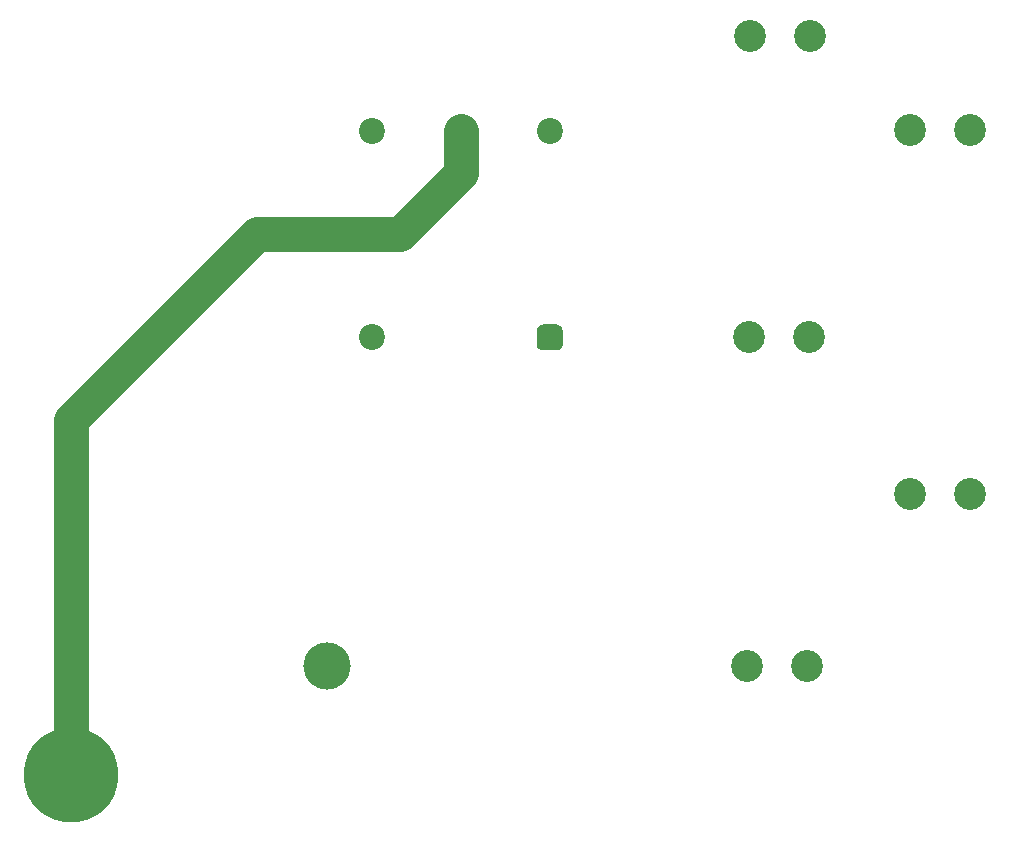
<source format=gbl>
G04 #@! TF.GenerationSoftware,KiCad,Pcbnew,(5.1.5-0-10_14)*
G04 #@! TF.CreationDate,2023-03-12T15:51:32+01:00*
G04 #@! TF.ProjectId,AC_board,41435f62-6f61-4726-942e-6b696361645f,v01*
G04 #@! TF.SameCoordinates,Original*
G04 #@! TF.FileFunction,Copper,L2,Bot*
G04 #@! TF.FilePolarity,Positive*
%FSLAX46Y46*%
G04 Gerber Fmt 4.6, Leading zero omitted, Abs format (unit mm)*
G04 Created by KiCad (PCBNEW (5.1.5-0-10_14)) date 2023-03-12 15:51:32*
%MOMM*%
%LPD*%
G04 APERTURE LIST*
%ADD10C,2.700000*%
%ADD11C,4.000000*%
%ADD12C,0.100000*%
%ADD13C,2.200000*%
%ADD14C,8.000000*%
%ADD15C,3.000000*%
G04 APERTURE END LIST*
D10*
X132220000Y-109800000D03*
X137300000Y-109800000D03*
X145970000Y-95200000D03*
X151050000Y-95200000D03*
D11*
X96640000Y-109800000D03*
D10*
X151050000Y-64440000D03*
X145970000Y-64440000D03*
X137540000Y-56450000D03*
X132460000Y-56450000D03*
X137480000Y-81970000D03*
X132400000Y-81970000D03*
G04 #@! TA.AperFunction,ComponentPad*
D12*
G36*
X116103909Y-80882648D02*
G01*
X116157300Y-80890568D01*
X116209657Y-80903683D01*
X116260476Y-80921866D01*
X116309268Y-80944943D01*
X116355564Y-80972692D01*
X116398916Y-81004844D01*
X116438909Y-81041091D01*
X116475156Y-81081084D01*
X116507308Y-81124436D01*
X116535057Y-81170732D01*
X116558134Y-81219524D01*
X116576317Y-81270343D01*
X116589432Y-81322700D01*
X116597352Y-81376091D01*
X116600000Y-81430000D01*
X116600000Y-82530000D01*
X116597352Y-82583909D01*
X116589432Y-82637300D01*
X116576317Y-82689657D01*
X116558134Y-82740476D01*
X116535057Y-82789268D01*
X116507308Y-82835564D01*
X116475156Y-82878916D01*
X116438909Y-82918909D01*
X116398916Y-82955156D01*
X116355564Y-82987308D01*
X116309268Y-83015057D01*
X116260476Y-83038134D01*
X116209657Y-83056317D01*
X116157300Y-83069432D01*
X116103909Y-83077352D01*
X116050000Y-83080000D01*
X114950000Y-83080000D01*
X114896091Y-83077352D01*
X114842700Y-83069432D01*
X114790343Y-83056317D01*
X114739524Y-83038134D01*
X114690732Y-83015057D01*
X114644436Y-82987308D01*
X114601084Y-82955156D01*
X114561091Y-82918909D01*
X114524844Y-82878916D01*
X114492692Y-82835564D01*
X114464943Y-82789268D01*
X114441866Y-82740476D01*
X114423683Y-82689657D01*
X114410568Y-82637300D01*
X114402648Y-82583909D01*
X114400000Y-82530000D01*
X114400000Y-81430000D01*
X114402648Y-81376091D01*
X114410568Y-81322700D01*
X114423683Y-81270343D01*
X114441866Y-81219524D01*
X114464943Y-81170732D01*
X114492692Y-81124436D01*
X114524844Y-81081084D01*
X114561091Y-81041091D01*
X114601084Y-81004844D01*
X114644436Y-80972692D01*
X114690732Y-80944943D01*
X114739524Y-80921866D01*
X114790343Y-80903683D01*
X114842700Y-80890568D01*
X114896091Y-80882648D01*
X114950000Y-80880000D01*
X116050000Y-80880000D01*
X116103909Y-80882648D01*
G37*
G04 #@! TD.AperFunction*
D13*
X115500000Y-64480000D03*
X108000000Y-64480000D03*
X100500000Y-64480000D03*
X100500000Y-81980000D03*
D14*
X75000000Y-119000000D03*
D15*
X108000000Y-68040000D02*
X102810000Y-73230000D01*
X108000000Y-64480000D02*
X108000000Y-68040000D01*
X75000000Y-113343146D02*
X75000000Y-119000000D01*
X75000000Y-88990000D02*
X75000000Y-113343146D01*
X90760000Y-73230000D02*
X75000000Y-88990000D01*
X102810000Y-73230000D02*
X90760000Y-73230000D01*
M02*

</source>
